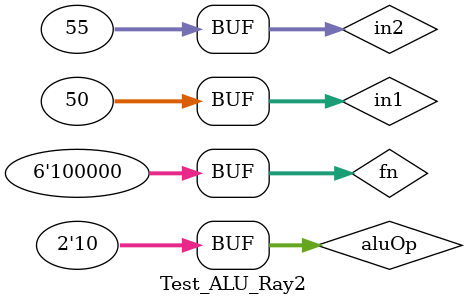
<source format=v>
module ALU_Control(Alu_Signal, Alu_OP, Inst_5_0);
output reg[3:0] Alu_Signal; // signal going to ALU can be modified to more bits when adding more instr 
input wire[1:0] Alu_OP;  // coming from control unit
input wire[5:0] Inst_5_0;  //funct field in instr

always @(Alu_OP or Inst_5_0)  // to make sure when any input change;
begin                         // operations are executed from begining;
if(Alu_OP==2'b00)// sw or lw --> add
begin
Alu_Signal <= 4'b0010; 
end
else if(Alu_OP==2'b01) //beq
begin
Alu_Signal <= 4'b0110;
end
else if(Alu_OP==2'b10)   //incase (10) indicate we have R_format; 
begin                    //so we diffrentiate using funct field in instr;
case (Inst_5_0)
6'b100000:Alu_Signal <= 4'b0010;  //add
6'b100010:Alu_Signal <= 4'b0110;  //subtract
6'b100100:Alu_Signal <= 4'b0000;  //AND
6'b100101:Alu_Signal <= 4'b0001;  //OR
6'b101010:Alu_Signal <= 4'b0111;  //slt 
endcase
end
end
endmodule

module ALU(Read_Data_1, Alu_Src_Output, ALUctrl , Alu_Result ,Zero);

input  wire signed [31:0] Read_Data_1;
input  wire signed [31:0] Alu_Src_Output;
input  wire  [3:0] ALUctrl;
output reg   [31:0] Alu_Result;
input  wire Zero;

localparam AND = 4'b0000;
localparam OR  = 4'b0001;
localparam ADD = 4'b0010;
localparam SUB = 4'b0110;
localparam SLT = 4'b0111;
localparam NOR = 4'b1100;

assign Zero = ( Read_Data_1 == Alu_Src_Output);
always@(Read_Data_1,Alu_Src_Output,ALUctrl)
begin 

	case(ALUctrl)
	AND: Alu_Result <= Read_Data_1 &  Alu_Src_Output ;
	OR : Alu_Result <= Read_Data_1 |  Alu_Src_Output ;
	ADD: Alu_Result <= Read_Data_1 +  Alu_Src_Output ;
	SUB: Alu_Result <= Read_Data_1 -  Alu_Src_Output ;
	SLT: Alu_Result <=(Read_Data_1 <  Alu_Src_Output);
	NOR: Alu_Result <= ~(Read_Data_1 | Alu_Src_Output) ;
	default : $display ("ERROR_NOT_RAY2 CODE: %b",ALUctrl);
	endcase
end

endmodule


module Test_ALU_Ray2;

reg  signed[31:0] in1;
reg  signed[31:0] in2;
reg  [5:0]  fn;
reg[1:0] aluOp;
wire[3:0] Alu_Signal;
wire [31:0] result;
wire zero;
 
initial
begin
$monitor ("in1=%d in2=%d ctrl=%b result=%d zero=%b",in1,in2,Alu_Signal,result,zero);

#1
in1 = 50;
in2 =20;
fn = 6'b100000;
aluOp = 2'b10; 
#1
in1 = 50;
in2 =55;

end
ALU_Control toto(Alu_Signal, aluOp, fn);
ALU test_ray2(in1, in2, Alu_Signal , result ,zero);


endmodule

</source>
